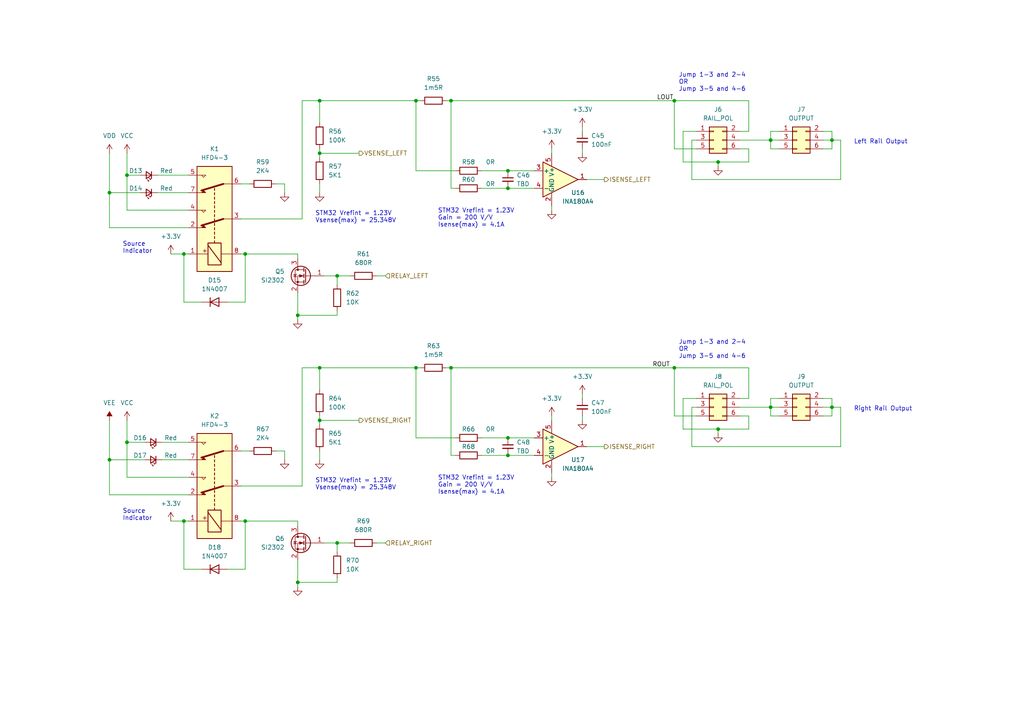
<source format=kicad_sch>
(kicad_sch (version 20211123) (generator eeschema)
  (paper "A4")
  (title_block (title "Dual Rail Breadboard Power Supply") (date "2023-06-11") (rev "1") (company "Sleepy Pony Labs"))
  (lib_symbols
    (symbol "Amplifier_Current:INA180A4" (pin_names (offset 0.127))
      (property "Reference" "U" (at 3.81 3.81 0))
      (property "Value" "INA180A4" (at 3.81 -2.54 0))
      (symbol "INA180A4_0_1"
        (polyline (pts (xy 5.08 0) (xy -5.08 5.08) (xy -5.08 -5.08) (xy 5.08 0)) (stroke (width 0.254)) (fill (type background)))
      )
      (symbol "INA180A4_1_1"
        (pin output line (at 7.62 0 180) (length 2.54) (name "~") (number "1"))
        (pin power_in line (at -2.54 -7.62 90) (length 3.81) (name "GND") (number "2"))
        (pin input line (at -7.62 2.54 0) (length 2.54) (name "+") (number "3"))
        (pin input line (at -7.62 -2.54 0) (length 2.54) (name "-") (number "4"))
        (pin power_in line (at -2.54 7.62 270) (length 3.81) (name "V+") (number "5"))
      )
    )
    (symbol "Connector_Generic:Conn_02x03_Odd_Even" (pin_names (offset 1.016) hide)
      (property "Reference" "J" (at 1.27 5.08 0))
      (property "Value" "Conn_02x03_Odd_Even" (at 1.27 -5.08 0))
      (symbol "Conn_02x03_Odd_Even_1_1"
        (rectangle (start -1.27 -2.413) (end 0 -2.667) (stroke (width 0.1524)))
        (rectangle (start -1.27 0.127) (end 0 -0.127) (stroke (width 0.1524)))
        (rectangle (start -1.27 2.667) (end 0 2.413) (stroke (width 0.1524)))
        (rectangle (start -1.27 3.81) (end 3.81 -3.81) (stroke (width 0.254)) (fill (type background)))
        (rectangle (start 3.81 -2.413) (end 2.54 -2.667) (stroke (width 0.1524)))
        (rectangle (start 3.81 0.127) (end 2.54 -0.127) (stroke (width 0.1524)))
        (rectangle (start 3.81 2.667) (end 2.54 2.413) (stroke (width 0.1524)))
        (pin passive line (at -5.08 2.54 0) (length 3.81) (name "Pin_1") (number "1"))
        (pin passive line (at 7.62 2.54 180) (length 3.81) (name "Pin_2") (number "2"))
        (pin passive line (at -5.08 0 0) (length 3.81) (name "Pin_3") (number "3"))
        (pin passive line (at 7.62 0 180) (length 3.81) (name "Pin_4") (number "4"))
        (pin passive line (at -5.08 -2.54 0) (length 3.81) (name "Pin_5") (number "5"))
        (pin passive line (at 7.62 -2.54 180) (length 3.81) (name "Pin_6") (number "6"))
      )
    )
    (symbol "Device:C_Small" (pin_numbers hide) (pin_names (offset 0.254) hide)
      (property "Reference" "C" (at 0.254 1.778 0))
      (property "Value" "C_Small" (at 0.254 -2.032 0))
      (symbol "C_Small_0_1"
        (polyline (pts (xy -1.524 -0.508) (xy 1.524 -0.508)) (stroke (width 0.3302)))
        (polyline (pts (xy -1.524 0.508) (xy 1.524 0.508)) (stroke (width 0.3048)))
      )
      (symbol "C_Small_1_1"
        (pin passive line (at 0 2.54 270) (length 2.032) (name "~") (number "1"))
        (pin passive line (at 0 -2.54 90) (length 2.032) (name "~") (number "2"))
      )
    )
    (symbol "Device:D" (pin_numbers hide) (pin_names (offset 1.016) hide)
      (property "Reference" "D" (at 0 2.54 0))
      (property "Value" "D" (at 0 -2.54 0))
      (symbol "D_0_1"
        (polyline (pts (xy -1.27 1.27) (xy -1.27 -1.27)) (stroke (width 0.254)))
        (polyline (pts (xy 1.27 0) (xy -1.27 0)))
        (polyline (pts (xy 1.27 1.27) (xy 1.27 -1.27) (xy -1.27 0) (xy 1.27 1.27)) (stroke (width 0.254)))
      )
      (symbol "D_1_1"
        (pin passive line (at -3.81 0 0) (length 2.54) (name "K") (number "1"))
        (pin passive line (at 3.81 0 180) (length 2.54) (name "A") (number "2"))
      )
    )
    (symbol "Device:LED_Small" (pin_numbers hide) (pin_names (offset 0.254) hide)
      (property "Reference" "D" (at -1.27 3.175 0))
      (property "Value" "LED_Small" (at -4.445 -2.54 0))
      (symbol "LED_Small_0_1"
        (polyline (pts (xy -0.762 -1.016) (xy -0.762 1.016)) (stroke (width 0.254)))
        (polyline (pts (xy 1.016 0) (xy -0.762 0)))
        (polyline (pts (xy 0.762 -1.016) (xy -0.762 0) (xy 0.762 1.016) (xy 0.762 -1.016)) (stroke (width 0.254)))
        (polyline (pts (xy 0 0.762) (xy -0.508 1.27) (xy -0.254 1.27) (xy -0.508 1.27) (xy -0.508 1.016)))
        (polyline (pts (xy 0.508 1.27) (xy 0 1.778) (xy 0.254 1.778) (xy 0 1.778) (xy 0 1.524)))
      )
      (symbol "LED_Small_1_1"
        (pin passive line (at -2.54 0 0) (length 1.778) (name "K") (number "1"))
        (pin passive line (at 2.54 0 180) (length 1.778) (name "A") (number "2"))
      )
    )
    (symbol "Device:R" (pin_numbers hide) (pin_names (offset 0))
      (property "Reference" "R" (at 2.032 0 90))
      (property "Value" "R" (at 0 0 90))
      (symbol "R_0_1"
        (rectangle (start -1.016 -2.54) (end 1.016 2.54) (stroke (width 0.254)))
      )
      (symbol "R_1_1"
        (pin passive line (at 0 3.81 270) (length 1.27) (name "~") (number "1"))
        (pin passive line (at 0 -3.81 90) (length 1.27) (name "~") (number "2"))
      )
    )
    (symbol "Transistor_FET:DMG2302U" (pin_names hide)
      (property "Reference" "Q" (at 5.08 1.905 0))
      (property "Value" "DMG2302U" (at 5.08 0 0))
      (symbol "DMG2302U_0_1"
        (polyline (pts (xy 0.254 0) (xy -2.54 0)))
        (polyline (pts (xy 0.254 1.905) (xy 0.254 -1.905)) (stroke (width 0.254)))
        (polyline (pts (xy 0.762 -1.27) (xy 0.762 -2.286)) (stroke (width 0.254)))
        (polyline (pts (xy 0.762 0.508) (xy 0.762 -0.508)) (stroke (width 0.254)))
        (polyline (pts (xy 0.762 2.286) (xy 0.762 1.27)) (stroke (width 0.254)))
        (polyline (pts (xy 2.54 2.54) (xy 2.54 1.778)))
        (polyline (pts (xy 2.54 -2.54) (xy 2.54 0) (xy 0.762 0)))
        (polyline (pts (xy 0.762 -1.778) (xy 3.302 -1.778) (xy 3.302 1.778) (xy 0.762 1.778)))
        (polyline (pts (xy 1.016 0) (xy 2.032 0.381) (xy 2.032 -0.381) (xy 1.016 0)) (fill (type outline)))
        (polyline (pts (xy 2.794 0.508) (xy 2.921 0.381) (xy 3.683 0.381) (xy 3.81 0.254)))
        (polyline (pts (xy 3.302 0.381) (xy 2.921 -0.254) (xy 3.683 -0.254) (xy 3.302 0.381)))
        (circle (center 1.651 0) (radius 2.794) (stroke (width 0.254)))
        (circle (center 2.54 -1.778) (radius 0.254) (fill (type outline)))
        (circle (center 2.54 1.778) (radius 0.254) (fill (type outline)))
      )
      (symbol "DMG2302U_1_1"
        (pin input line (at -5.08 0 0) (length 2.54) (name "G") (number "1"))
        (pin passive line (at 2.54 -5.08 90) (length 2.54) (name "S") (number "2"))
        (pin passive line (at 2.54 5.08 270) (length 2.54) (name "D") (number "3"))
      )
    )
    (symbol "breadboard_supply:HFD4-3"
      (property "Reference" "K" (at 15.24 8.89 0))
      (property "Value" "HFD4-3" (at 19.05 6.35 0))
      (symbol "HFD4-3_1_1"
        (rectangle (start -15.24 5.08) (end 15.24 -5.08) (stroke (width 0.254)) (fill (type background)))
        (rectangle (start -13.335 1.905) (end -6.985 -1.905) (stroke (width 0.254)))
        (polyline (pts (xy -12.7 -1.905) (xy -7.62 1.905)) (stroke (width 0.254)))
        (polyline (pts (xy -10.16 -5.08) (xy -10.16 -1.905)))
        (polyline (pts (xy -10.16 5.08) (xy -10.16 1.905)))
        (polyline (pts (xy -6.985 0) (xy -6.35 0)) (stroke (width 0.254)))
        (polyline (pts (xy -5.715 0) (xy -5.08 0)) (stroke (width 0.254)))
        (polyline (pts (xy -4.445 0) (xy -3.81 0)) (stroke (width 0.254)))
        (polyline (pts (xy -3.175 0) (xy -2.54 0)) (stroke (width 0.254)))
        (polyline (pts (xy -1.905 0) (xy -1.27 0)) (stroke (width 0.254)))
        (polyline (pts (xy -0.635 0) (xy 0 0)) (stroke (width 0.254)))
        (polyline (pts (xy 0 -2.54) (xy -1.905 3.81)) (stroke (width 0.508)))
        (polyline (pts (xy 0 -2.54) (xy 0 -5.08)))
        (polyline (pts (xy 0.635 0) (xy 1.27 0)) (stroke (width 0.254)))
        (polyline (pts (xy 1.905 0) (xy 2.54 0)) (stroke (width 0.254)))
        (polyline (pts (xy 3.175 0) (xy 3.81 0)) (stroke (width 0.254)))
        (polyline (pts (xy 4.445 0) (xy 5.08 0)) (stroke (width 0.254)))
        (polyline (pts (xy 5.715 0) (xy 6.35 0)) (stroke (width 0.254)))
        (polyline (pts (xy 6.985 0) (xy 7.62 0)) (stroke (width 0.254)))
        (polyline (pts (xy 8.255 0) (xy 8.89 0)) (stroke (width 0.254)))
        (polyline (pts (xy 10.16 -2.54) (xy 8.255 3.81)) (stroke (width 0.508)))
        (polyline (pts (xy 10.16 -2.54) (xy 10.16 -5.08)))
        (polyline (pts (xy -2.54 5.08) (xy -2.54 2.54) (xy -1.905 3.175) (xy -2.54 3.81)) (fill (type outline)))
        (polyline (pts (xy 2.54 5.08) (xy 2.54 2.54) (xy 1.905 3.175) (xy 2.54 3.81)))
        (polyline (pts (xy 7.62 5.08) (xy 7.62 2.54) (xy 8.255 3.175) (xy 7.62 3.81)) (fill (type outline)))
        (polyline (pts (xy 12.7 5.08) (xy 12.7 2.54) (xy 12.065 3.175) (xy 12.7 3.81)))
        (text "+" (at -9.271 2.921 0) (effects (font (size 1.27 1.27))))
        (pin passive line (at -10.16 7.62 270) (length 2.54) (name "~") (number "1"))
        (pin passive line (at -2.54 7.62 270) (length 2.54) (name "~") (number "2"))
        (pin passive line (at 0 -7.62 90) (length 2.54) (name "~") (number "3"))
        (pin passive line (at 2.54 7.62 270) (length 2.54) (name "~") (number "4"))
        (pin passive line (at 12.7 7.62 270) (length 2.54) (name "~") (number "5"))
        (pin passive line (at 10.16 -7.62 90) (length 2.54) (name "~") (number "6"))
        (pin passive line (at 7.62 7.62 270) (length 2.54) (name "~") (number "7"))
        (pin passive line (at -10.16 -7.62 90) (length 2.54) (name "~") (number "8"))
      )
    )
    (symbol "power:+3.3V" (power) (pin_names (offset 0))
      (property "Value" "+3.3V" (at 0 3.556 0))
      (symbol "+3.3V_0_1"
        (polyline (pts (xy -0.762 1.27) (xy 0 2.54)))
        (polyline (pts (xy 0 0) (xy 0 2.54)))
        (polyline (pts (xy 0 2.54) (xy 0.762 1.27)))
      )
      (symbol "+3.3V_1_1"
        (pin power_in line (at 0 0 90) (length 0) hide (name "+3.3V") (number "1"))
      )
    )
    (symbol "power:GND" (power) (pin_names (offset 0))
      (property "Value" "GND" (at 0 -3.81 0))
      (symbol "GND_0_1"
        (polyline (pts (xy 0 0) (xy 0 -1.27) (xy 1.27 -1.27) (xy 0 -2.54) (xy -1.27 -1.27) (xy 0 -1.27)))
      )
      (symbol "GND_1_1"
        (pin power_in line (at 0 0 270) (length 0) hide (name "GND") (number "1"))
      )
    )
    (symbol "power:VCC" (power) (pin_names (offset 0))
      (property "Value" "VCC" (at 0 3.81 0))
      (symbol "VCC_0_1"
        (polyline (pts (xy -0.762 1.27) (xy 0 2.54)))
        (polyline (pts (xy 0 0) (xy 0 2.54)))
        (polyline (pts (xy 0 2.54) (xy 0.762 1.27)))
      )
      (symbol "VCC_1_1"
        (pin power_in line (at 0 0 90) (length 0) hide (name "VCC") (number "1"))
      )
    )
    (symbol "power:VDD" (power) (pin_names (offset 0))
      (property "Value" "VDD" (at 0 3.81 0))
      (symbol "VDD_0_1"
        (polyline (pts (xy -0.762 1.27) (xy 0 2.54)))
        (polyline (pts (xy 0 0) (xy 0 2.54)))
        (polyline (pts (xy 0 2.54) (xy 0.762 1.27)))
      )
      (symbol "VDD_1_1"
        (pin power_in line (at 0 0 90) (length 0) hide (name "VDD") (number "1"))
      )
    )
    (symbol "power:VEE" (power) (pin_names (offset 0))
      (property "Value" "VEE" (at 0 3.81 0))
      (symbol "VEE_0_1"
        (polyline (pts (xy 0 0) (xy 0 2.54)))
        (polyline (pts (xy 0.762 1.27) (xy -0.762 1.27) (xy 0 2.54) (xy 0.762 1.27)) (fill (type outline)))
      )
      (symbol "VEE_1_1"
        (pin power_in line (at 0 0 90) (length 0) hide (name "VEE") (number "1"))
      )
    )
  )
  (junction (at 36.83 50.8))
  (junction (at 147.32 132.08))
  (junction (at 147.32 127))
  (junction (at 195.58 106.68))
  (junction (at 71.12 73.66))
  (junction (at 208.28 124.46))
  (junction (at 36.83 128.27))
  (junction (at 92.71 106.68))
  (junction (at 195.58 29.21))
  (junction (at 147.32 49.53))
  (junction (at 130.81 106.68))
  (junction (at 53.34 73.66))
  (junction (at 147.32 54.61))
  (junction (at 53.34 151.13))
  (junction (at 208.28 46.99))
  (junction (at 223.52 40.64))
  (junction (at 71.12 151.13))
  (junction (at 120.65 106.68))
  (junction (at 86.36 168.91))
  (junction (at 223.52 118.11))
  (junction (at 97.79 157.48))
  (junction (at 86.36 91.44))
  (junction (at 241.3 118.11))
  (junction (at 92.71 44.45))
  (junction (at 241.3 40.64))
  (junction (at 130.81 29.21))
  (junction (at 92.71 29.21))
  (junction (at 97.79 80.01))
  (junction (at 31.75 55.88))
  (junction (at 31.75 133.35))
  (junction (at 120.65 29.21))
  (junction (at 92.71 121.92))
  (wire (pts (xy 217.17 115.57) (xy 214.63 115.57)))
  (wire (pts (xy 217.17 124.46) (xy 217.17 120.65)))
  (wire (pts (xy 53.34 73.66) (xy 54.61 73.66)))
  (wire (pts (xy 46.99 128.27) (xy 54.61 128.27)))
  (wire (pts (xy 66.04 87.63) (xy 71.12 87.63)))
  (wire (pts (xy 53.34 151.13) (xy 54.61 151.13)))
  (wire (pts (xy 87.63 106.68) (xy 92.71 106.68)))
  (wire (pts (xy 132.08 49.53) (xy 120.65 49.53)))
  (wire (pts (xy 31.75 121.92) (xy 31.75 133.35)))
  (wire (pts (xy 92.71 121.92) (xy 92.71 123.19)))
  (wire (pts (xy 208.28 124.46) (xy 217.17 124.46)))
  (wire (pts (xy 241.3 115.57) (xy 238.76 115.57)))
  (wire (pts (xy 132.08 127) (xy 120.65 127)))
  (wire (pts (xy 31.75 44.45) (xy 31.75 55.88)))
  (wire (pts (xy 46.99 133.35) (xy 54.61 133.35)))
  (wire (pts (xy 200.66 52.07) (xy 243.84 52.07)))
  (wire (pts (xy 69.85 53.34) (xy 72.39 53.34)))
  (wire (pts (xy 130.81 29.21) (xy 195.58 29.21)))
  (wire (pts (xy 71.12 73.66) (xy 69.85 73.66)))
  (wire (pts (xy 86.36 91.44) (xy 86.36 85.09)))
  (wire (pts (xy 130.81 29.21) (xy 130.81 54.61)))
  (wire (pts (xy 86.36 168.91) (xy 86.36 170.18)))
  (wire (pts (xy 86.36 91.44) (xy 86.36 92.71)))
  (wire (pts (xy 168.91 114.3) (xy 168.91 115.57)))
  (wire (pts (xy 69.85 140.97) (xy 87.63 140.97)))
  (wire (pts (xy 223.52 118.11) (xy 226.06 118.11)))
  (wire (pts (xy 97.79 80.01) (xy 97.79 82.55)))
  (wire (pts (xy 109.22 80.01) (xy 111.76 80.01)))
  (wire (pts (xy 160.02 137.16) (xy 160.02 138.43)))
  (wire (pts (xy 139.7 54.61) (xy 147.32 54.61)))
  (wire (pts (xy 198.12 38.1) (xy 201.93 38.1)))
  (wire (pts (xy 92.71 53.34) (xy 92.71 55.88)))
  (wire (pts (xy 36.83 60.96) (xy 54.61 60.96)))
  (wire (pts (xy 31.75 143.51) (xy 54.61 143.51)))
  (wire (pts (xy 36.83 44.45) (xy 36.83 50.8)))
  (wire (pts (xy 198.12 115.57) (xy 201.93 115.57)))
  (wire (pts (xy 71.12 87.63) (xy 71.12 73.66)))
  (wire (pts (xy 147.32 49.53) (xy 154.94 49.53)))
  (wire (pts (xy 31.75 55.88) (xy 40.64 55.88)))
  (wire (pts (xy 53.34 165.1) (xy 58.42 165.1)))
  (wire (pts (xy 109.22 157.48) (xy 111.76 157.48)))
  (wire (pts (xy 241.3 40.64) (xy 241.3 38.1)))
  (wire (pts (xy 241.3 43.18) (xy 241.3 40.64)))
  (wire (pts (xy 36.83 128.27) (xy 36.83 138.43)))
  (wire (pts (xy 208.28 125.73) (xy 208.28 124.46)))
  (wire (pts (xy 69.85 63.5) (xy 87.63 63.5)))
  (wire (pts (xy 200.66 40.64) (xy 200.66 52.07)))
  (wire (pts (xy 31.75 133.35) (xy 31.75 143.51)))
  (wire (pts (xy 97.79 91.44) (xy 86.36 91.44)))
  (wire (pts (xy 97.79 157.48) (xy 97.79 160.02)))
  (wire (pts (xy 66.04 165.1) (xy 71.12 165.1)))
  (wire (pts (xy 97.79 168.91) (xy 86.36 168.91)))
  (wire (pts (xy 201.93 40.64) (xy 200.66 40.64)))
  (wire (pts (xy 130.81 106.68) (xy 195.58 106.68)))
  (wire (pts (xy 36.83 138.43) (xy 54.61 138.43)))
  (wire (pts (xy 241.3 38.1) (xy 238.76 38.1)))
  (wire (pts (xy 195.58 106.68) (xy 217.17 106.68)))
  (wire (pts (xy 129.54 106.68) (xy 130.81 106.68)))
  (wire (pts (xy 92.71 120.65) (xy 92.71 121.92)))
  (wire (pts (xy 214.63 40.64) (xy 223.52 40.64)))
  (wire (pts (xy 147.32 54.61) (xy 154.94 54.61)))
  (wire (pts (xy 201.93 43.18) (xy 195.58 43.18)))
  (wire (pts (xy 36.83 121.92) (xy 36.83 128.27)))
  (wire (pts (xy 147.32 132.08) (xy 154.94 132.08)))
  (wire (pts (xy 198.12 46.99) (xy 198.12 38.1)))
  (wire (pts (xy 93.98 157.48) (xy 97.79 157.48)))
  (wire (pts (xy 241.3 40.64) (xy 243.84 40.64)))
  (wire (pts (xy 223.52 40.64) (xy 223.52 38.1)))
  (wire (pts (xy 223.52 40.64) (xy 223.52 43.18)))
  (wire (pts (xy 97.79 80.01) (xy 101.6 80.01)))
  (wire (pts (xy 53.34 151.13) (xy 53.34 165.1)))
  (wire (pts (xy 120.65 127) (xy 120.65 106.68)))
  (wire (pts (xy 208.28 46.99) (xy 217.17 46.99)))
  (wire (pts (xy 168.91 44.45) (xy 168.91 43.18)))
  (wire (pts (xy 241.3 40.64) (xy 238.76 40.64)))
  (wire (pts (xy 243.84 40.64) (xy 243.84 52.07)))
  (wire (pts (xy 49.53 151.13) (xy 53.34 151.13)))
  (wire (pts (xy 82.55 53.34) (xy 82.55 55.88)))
  (wire (pts (xy 238.76 43.18) (xy 241.3 43.18)))
  (wire (pts (xy 97.79 157.48) (xy 101.6 157.48)))
  (wire (pts (xy 243.84 118.11) (xy 243.84 129.54)))
  (wire (pts (xy 92.71 121.92) (xy 104.14 121.92)))
  (wire (pts (xy 92.71 44.45) (xy 92.71 45.72)))
  (wire (pts (xy 214.63 118.11) (xy 223.52 118.11)))
  (wire (pts (xy 200.66 118.11) (xy 200.66 129.54)))
  (wire (pts (xy 129.54 29.21) (xy 130.81 29.21)))
  (wire (pts (xy 217.17 106.68) (xy 217.17 115.57)))
  (wire (pts (xy 120.65 106.68) (xy 121.92 106.68)))
  (wire (pts (xy 87.63 29.21) (xy 92.71 29.21)))
  (wire (pts (xy 36.83 50.8) (xy 40.64 50.8)))
  (wire (pts (xy 36.83 50.8) (xy 36.83 60.96)))
  (wire (pts (xy 198.12 124.46) (xy 198.12 115.57)))
  (wire (pts (xy 53.34 73.66) (xy 53.34 87.63)))
  (wire (pts (xy 160.02 59.69) (xy 160.02 60.96)))
  (wire (pts (xy 241.3 120.65) (xy 241.3 118.11)))
  (wire (pts (xy 217.17 43.18) (xy 214.63 43.18)))
  (wire (pts (xy 92.71 130.81) (xy 92.71 133.35)))
  (wire (pts (xy 87.63 63.5) (xy 87.63 29.21)))
  (wire (pts (xy 241.3 118.11) (xy 241.3 115.57)))
  (wire (pts (xy 208.28 46.99) (xy 198.12 46.99)))
  (wire (pts (xy 208.28 124.46) (xy 198.12 124.46)))
  (wire (pts (xy 217.17 29.21) (xy 217.17 38.1)))
  (wire (pts (xy 223.52 40.64) (xy 226.06 40.64)))
  (wire (pts (xy 168.91 121.92) (xy 168.91 120.65)))
  (wire (pts (xy 80.01 130.81) (xy 82.55 130.81)))
  (wire (pts (xy 223.52 118.11) (xy 223.52 120.65)))
  (wire (pts (xy 139.7 49.53) (xy 147.32 49.53)))
  (wire (pts (xy 92.71 29.21) (xy 120.65 29.21)))
  (wire (pts (xy 92.71 44.45) (xy 104.14 44.45)))
  (wire (pts (xy 97.79 168.91) (xy 97.79 167.64)))
  (wire (pts (xy 223.52 115.57) (xy 226.06 115.57)))
  (wire (pts (xy 170.18 52.07) (xy 175.26 52.07)))
  (wire (pts (xy 71.12 165.1) (xy 71.12 151.13)))
  (wire (pts (xy 130.81 132.08) (xy 132.08 132.08)))
  (wire (pts (xy 241.3 118.11) (xy 238.76 118.11)))
  (wire (pts (xy 195.58 29.21) (xy 217.17 29.21)))
  (wire (pts (xy 93.98 80.01) (xy 97.79 80.01)))
  (wire (pts (xy 170.18 129.54) (xy 175.26 129.54)))
  (wire (pts (xy 97.79 91.44) (xy 97.79 90.17)))
  (wire (pts (xy 223.52 118.11) (xy 223.52 115.57)))
  (wire (pts (xy 92.71 43.18) (xy 92.71 44.45)))
  (wire (pts (xy 223.52 120.65) (xy 226.06 120.65)))
  (wire (pts (xy 217.17 38.1) (xy 214.63 38.1)))
  (wire (pts (xy 31.75 133.35) (xy 41.91 133.35)))
  (wire (pts (xy 160.02 120.65) (xy 160.02 121.92)))
  (wire (pts (xy 139.7 132.08) (xy 147.32 132.08)))
  (wire (pts (xy 120.65 49.53) (xy 120.65 29.21)))
  (wire (pts (xy 69.85 130.81) (xy 72.39 130.81)))
  (wire (pts (xy 217.17 120.65) (xy 214.63 120.65)))
  (wire (pts (xy 195.58 29.21) (xy 195.58 43.18)))
  (wire (pts (xy 53.34 87.63) (xy 58.42 87.63)))
  (wire (pts (xy 86.36 151.13) (xy 86.36 152.4)))
  (wire (pts (xy 200.66 129.54) (xy 243.84 129.54)))
  (wire (pts (xy 160.02 43.18) (xy 160.02 44.45)))
  (wire (pts (xy 82.55 130.81) (xy 82.55 133.35)))
  (wire (pts (xy 71.12 151.13) (xy 69.85 151.13)))
  (wire (pts (xy 195.58 106.68) (xy 195.58 120.65)))
  (wire (pts (xy 71.12 73.66) (xy 86.36 73.66)))
  (wire (pts (xy 92.71 106.68) (xy 120.65 106.68)))
  (wire (pts (xy 201.93 118.11) (xy 200.66 118.11)))
  (wire (pts (xy 31.75 66.04) (xy 54.61 66.04)))
  (wire (pts (xy 201.93 120.65) (xy 195.58 120.65)))
  (wire (pts (xy 86.36 168.91) (xy 86.36 162.56)))
  (wire (pts (xy 217.17 46.99) (xy 217.17 43.18)))
  (wire (pts (xy 92.71 29.21) (xy 92.71 35.56)))
  (wire (pts (xy 241.3 118.11) (xy 243.84 118.11)))
  (wire (pts (xy 31.75 55.88) (xy 31.75 66.04)))
  (wire (pts (xy 45.72 50.8) (xy 54.61 50.8)))
  (wire (pts (xy 168.91 36.83) (xy 168.91 38.1)))
  (wire (pts (xy 49.53 73.66) (xy 53.34 73.66)))
  (wire (pts (xy 45.72 55.88) (xy 54.61 55.88)))
  (wire (pts (xy 223.52 43.18) (xy 226.06 43.18)))
  (wire (pts (xy 120.65 29.21) (xy 121.92 29.21)))
  (wire (pts (xy 36.83 128.27) (xy 41.91 128.27)))
  (wire (pts (xy 130.81 54.61) (xy 132.08 54.61)))
  (wire (pts (xy 147.32 127) (xy 154.94 127)))
  (wire (pts (xy 92.71 106.68) (xy 92.71 113.03)))
  (wire (pts (xy 71.12 151.13) (xy 86.36 151.13)))
  (wire (pts (xy 223.52 38.1) (xy 226.06 38.1)))
  (wire (pts (xy 208.28 48.26) (xy 208.28 46.99)))
  (wire (pts (xy 86.36 73.66) (xy 86.36 74.93)))
  (wire (pts (xy 238.76 120.65) (xy 241.3 120.65)))
  (wire (pts (xy 87.63 140.97) (xy 87.63 106.68)))
  (wire (pts (xy 139.7 127) (xy 147.32 127)))
  (wire (pts (xy 130.81 106.68) (xy 130.81 132.08)))
  (wire (pts (xy 80.01 53.34) (xy 82.55 53.34)))
  (text "STM32 Vrefint = 1.23V\nVsense(max) = 25.348V" (at 91.44 142.24 0) (effects (font (size 1.27 1.27)) (justify left bottom)))
  (text "Left Rail Output" (at 247.65 41.91 0) (effects (font (size 1.27 1.27)) (justify left bottom)))
  (text "Source\nIndicator" (at 35.56 73.66 0) (effects (font (size 1.27 1.27)) (justify left bottom)))
  (text "Right Rail Output" (at 247.65 119.38 0) (effects (font (size 1.27 1.27)) (justify left bottom)))
  (text "STM32 Vrefint = 1.23V\nVsense(max) = 25.348V" (at 91.44 64.77 0) (effects (font (size 1.27 1.27)) (justify left bottom)))
  (text "Source\nIndicator" (at 35.56 151.13 0) (effects (font (size 1.27 1.27)) (justify left bottom)))
  (text "Jump 1-3 and 2-4\nOR\nJump 3-5 and 4-6" (at 196.85 26.67 0) (effects (font (size 1.27 1.27)) (justify left bottom)))
  (text "STM32 Vrefint = 1.23V\nGain = 200 V/V\nIsense(max) = 4.1A" (at 127 143.51 0) (effects (font (size 1.27 1.27)) (justify left bottom)))
  (text "STM32 Vrefint = 1.23V\nGain = 200 V/V\nIsense(max) = 4.1A" (at 127 66.04 0) (effects (font (size 1.27 1.27)) (justify left bottom)))
  (text "Jump 1-3 and 2-4\nOR\nJump 3-5 and 4-6" (at 196.85 104.14 0) (effects (font (size 1.27 1.27)) (justify left bottom)))
  (label "LOUT" (at 190.5 29.21 0))
  (label "ROUT" (at 189.23 106.68 0))
  (hierarchical_label "ISENSE_RIGHT" (shape output) (at 175.26 129.54 0))
  (hierarchical_label "VSENSE_LEFT" (shape output) (at 104.14 44.45 0))
  (hierarchical_label "ISENSE_LEFT" (shape output) (at 175.26 52.07 0))
  (hierarchical_label "VSENSE_RIGHT" (shape output) (at 104.14 121.92 0))
  (hierarchical_label "RELAY_LEFT" (shape input) (at 111.76 80.01 0))
  (hierarchical_label "RELAY_RIGHT" (shape input) (at 111.76 157.48 0))
  (symbol (lib_id "power:GND") (at 160.02 138.43 0) (unit 1)
    (property "Reference" "#PWR0120" (effects hide))
    (property "Value" "GND" (effects hide))
  )
  (symbol (lib_id "power:GND") (at 168.91 121.92 0) (unit 1)
    (property "Reference" "#PWR0116" (effects hide))
    (property "Value" "GND" (effects hide))
  )
  (symbol (lib_id "power:GND") (at 168.91 44.45 0) (unit 1)
    (property "Reference" "#PWR0105" (effects hide))
    (property "Value" "GND" (effects hide))
  )
  (symbol (lib_id "Device:R") (at 105.41 80.01 90) (unit 1)
    (property "Reference" "R61" (at 105.41 73.66 90))
    (property "Value" "680R" (at 105.41 76.2 90))
    (property "Footprint" "Resistor_SMD:R_0603_1608Metric" (effects hide))
    (property "MPN" "680R 1%" (effects hide))
  )
  (symbol (lib_id "Connector_Generic:Conn_02x03_Odd_Even") (at 231.14 40.64 0) (unit 1)
    (property "Reference" "J7" (at 232.41 31.75 0))
    (property "Value" "OUTPUT" (at 232.41 34.29 0))
    (property "Footprint" "Connector_PinHeader_2.54mm:PinHeader_2x03_P2.54mm_Vertical" (effects hide))
  )
  (symbol (lib_id "power:+3.3V") (at 49.53 73.66 0) (unit 1)
    (property "Reference" "#PWR0110" (effects hide))
    (property "Value" "+3.3V" (at 49.53 68.58 0))
  )
  (symbol (lib_id "Device:R") (at 125.73 29.21 90) (unit 1)
    (property "Reference" "R55" (at 125.73 22.86 90))
    (property "Value" "1m5R" (at 125.73 25.4 90))
    (property "Footprint" "Resistor_SMD:R_2512_6332Metric" (effects hide))
    (property "MPN" "1m5R 1%" (effects hide))
  )
  (symbol (lib_id "breadboard_supply:HFD4-3") (at 62.23 63.5 90) (unit 1)
    (property "Reference" "K1" (at 62.23 43.18 90))
    (property "Value" "HFD4-3" (at 62.23 45.72 90))
    (property "Footprint" "breadboard_supply:HFD4" (effects hide))
    (property "Datasheet" "https://datasheet.lcsc.com/lcsc/1809291515_HF-Xiamen-Hongfa-Electroacoustic-HFD4-3_C119084.pdf" (effects hide))
    (property "MPN" "HFD4/3-SR" (effects hide))
  )
  (symbol (lib_id "Device:C_Small") (at 147.32 129.54 0) (unit 1)
    (property "Reference" "C48" (at 149.86 128.2762 0) (effects (justify left)))
    (property "Value" "TBD" (at 149.86 130.8162 0) (effects (justify left)))
    (property "Footprint" "Capacitor_SMD:C_0603_1608Metric" (effects hide))
  )
  (symbol (lib_id "power:GND") (at 86.36 170.18 0) (unit 1)
    (property "Reference" "#PWR0122" (effects hide))
    (property "Value" "GND" (effects hide))
  )
  (symbol (lib_id "power:VEE") (at 31.75 121.92 0) (unit 1)
    (property "Reference" "#PWR0112" (effects hide))
    (property "Value" "VEE" (at 31.75 116.84 0))
  )
  (symbol (lib_id "Connector_Generic:Conn_02x03_Odd_Even") (at 231.14 118.11 0) (unit 1)
    (property "Reference" "J9" (at 232.41 109.22 0))
    (property "Value" "OUTPUT" (at 232.41 111.76 0))
    (property "Footprint" "Connector_PinHeader_2.54mm:PinHeader_2x03_P2.54mm_Vertical" (effects hide))
  )
  (symbol (lib_id "power:GND") (at 92.71 55.88 0) (unit 1)
    (property "Reference" "#PWR0108" (effects hide))
    (property "Value" "GND" (effects hide))
  )
  (symbol (lib_id "Device:R") (at 135.89 54.61 90) (unit 1)
    (property "Reference" "R60" (at 135.89 52.07 90))
    (property "Value" "0R" (at 142.24 53.34 90))
    (property "Footprint" "Resistor_SMD:R_0603_1608Metric" (effects hide))
    (property "MPN" "0R 1%" (effects hide))
  )
  (symbol (lib_id "Device:LED_Small") (at 43.18 50.8 180) (unit 1)
    (property "Reference" "D13" (at 39.37 49.53 0))
    (property "Value" "Red" (at 48.26 49.53 0))
    (property "Footprint" "LED_SMD:LED_0603_1608Metric" (effects hide))
    (property "MPN" "KT-0603R" (effects hide))
  )
  (symbol (lib_id "power:GND") (at 86.36 92.71 0) (unit 1)
    (property "Reference" "#PWR0111" (effects hide))
    (property "Value" "GND" (effects hide))
  )
  (symbol (lib_id "power:GND") (at 92.71 133.35 0) (unit 1)
    (property "Reference" "#PWR0119" (effects hide))
    (property "Value" "GND" (effects hide))
  )
  (symbol (lib_id "Device:D") (at 62.23 165.1 0) (unit 1)
    (property "Reference" "D18" (at 62.23 158.75 0))
    (property "Value" "1N4007" (at 62.23 161.29 0))
    (property "Footprint" "Diode_SMD:D_SOD-123" (effects hide))
    (property "MPN" "A7" (effects hide))
  )
  (symbol (lib_id "Device:R") (at 97.79 163.83 180) (unit 1)
    (property "Reference" "R70" (at 100.33 162.5599 0) (effects (justify right)))
    (property "Value" "10K" (at 100.33 165.0999 0) (effects (justify right)))
    (property "Footprint" "Resistor_SMD:R_0603_1608Metric" (effects hide))
    (property "MPN" "10K 1%" (effects hide))
  )
  (symbol (lib_id "power:GND") (at 208.28 125.73 0) (unit 1)
    (property "Reference" "#PWR0117" (effects hide))
    (property "Value" "GND" (effects hide))
  )
  (symbol (lib_id "Device:R") (at 92.71 49.53 0) (unit 1)
    (property "Reference" "R57" (at 95.25 48.2599 0) (effects (justify left)))
    (property "Value" "5K1" (at 95.25 50.7999 0) (effects (justify left)))
    (property "Footprint" "Resistor_SMD:R_0603_1608Metric" (effects hide))
    (property "MPN" "5K1 1%" (effects hide))
  )
  (symbol (lib_id "power:+3.3V") (at 49.53 151.13 0) (unit 1)
    (property "Reference" "#PWR0121" (effects hide))
    (property "Value" "+3.3V" (at 49.53 146.05 0))
  )
  (symbol (lib_id "Amplifier_Current:INA180A4") (at 162.56 129.54 0) (unit 1)
    (property "Reference" "U17" (at 167.64 133.35 0))
    (property "Value" "INA180A4" (at 167.64 135.89 0))
    (property "Footprint" "Package_TO_SOT_SMD:SOT-23-5" (effects hide))
    (property "Datasheet" "http://www.ti.com/lit/ds/symlink/ina180.pdf" (effects hide))
    (property "MPN" "INA180A4IDBVR" (effects hide))
  )
  (symbol (lib_id "Device:C_Small") (at 147.32 52.07 0) (unit 1)
    (property "Reference" "C46" (at 149.86 50.8062 0) (effects (justify left)))
    (property "Value" "TBD" (at 149.86 53.3462 0) (effects (justify left)))
    (property "Footprint" "Capacitor_SMD:C_0603_1608Metric" (effects hide))
  )
  (symbol (lib_id "power:VDD") (at 31.75 44.45 0) (unit 1)
    (property "Reference" "#PWR0101" (effects hide))
    (property "Value" "VDD" (at 31.75 39.37 0))
  )
  (symbol (lib_id "Device:LED_Small") (at 43.18 55.88 180) (unit 1)
    (property "Reference" "D14" (at 39.37 54.61 0))
    (property "Value" "Red" (at 48.26 54.61 0))
    (property "Footprint" "LED_SMD:LED_0603_1608Metric" (effects hide))
    (property "MPN" "KT-0603R" (effects hide))
  )
  (symbol (lib_id "Device:R") (at 105.41 157.48 90) (unit 1)
    (property "Reference" "R69" (at 105.41 151.13 90))
    (property "Value" "680R" (at 105.41 153.67 90))
    (property "Footprint" "Resistor_SMD:R_0603_1608Metric" (effects hide))
    (property "MPN" "680R 1%" (effects hide))
  )
  (symbol (lib_id "power:VCC") (at 36.83 44.45 0) (unit 1)
    (property "Reference" "#PWR0103" (effects hide))
    (property "Value" "VCC" (at 36.83 39.37 0))
  )
  (symbol (lib_id "Device:R") (at 135.89 127 90) (unit 1)
    (property "Reference" "R66" (at 135.89 124.46 90))
    (property "Value" "0R" (at 142.24 124.46 90))
    (property "Footprint" "Resistor_SMD:R_0603_1608Metric" (effects hide))
    (property "MPN" "0R 1%" (effects hide))
  )
  (symbol (lib_id "power:+3.3V") (at 168.91 36.83 0) (unit 1)
    (property "Reference" "#PWR0102" (effects hide))
    (property "Value" "+3.3V" (at 168.91 31.75 0))
  )
  (symbol (lib_id "Transistor_FET:DMG2302U") (at 88.9 157.48 0) (mirror y) (unit 1)
    (property "Reference" "Q6" (at 82.55 156.2099 0) (effects (justify left)))
    (property "Value" "SI2302" (at 82.55 158.7499 0) (effects (justify left)))
    (property "Footprint" "Package_TO_SOT_SMD:SOT-23" (effects hide))
    (property "Datasheet" "http://www.diodes.com/assets/Datasheets/DMG2302U.pdf" (effects hide))
    (property "MPN" "SI2302" (effects hide))
  )
  (symbol (lib_id "Device:LED_Small") (at 44.45 128.27 180) (unit 1)
    (property "Reference" "D16" (at 40.64 127 0))
    (property "Value" "Red" (at 49.53 127 0))
    (property "Footprint" "LED_SMD:LED_0603_1608Metric" (effects hide))
    (property "MPN" "KT-0603R" (effects hide))
  )
  (symbol (lib_id "Device:R") (at 76.2 130.81 90) (unit 1)
    (property "Reference" "R67" (at 76.2 124.46 90))
    (property "Value" "2K4" (at 76.2 127 90))
    (property "Footprint" "Resistor_SMD:R_0603_1608Metric" (effects hide))
    (property "MPN" "2K4 1%" (effects hide))
  )
  (symbol (lib_id "power:GND") (at 208.28 48.26 0) (unit 1)
    (property "Reference" "#PWR0106" (effects hide))
    (property "Value" "GND" (effects hide))
  )
  (symbol (lib_id "Device:R") (at 125.73 106.68 90) (unit 1)
    (property "Reference" "R63" (at 125.73 100.33 90))
    (property "Value" "1m5R" (at 125.73 102.87 90))
    (property "Footprint" "Resistor_SMD:R_2512_6332Metric" (effects hide))
    (property "MPN" "1m5R 1%" (effects hide))
  )
  (symbol (lib_id "power:GND") (at 82.55 55.88 0) (unit 1)
    (property "Reference" "#PWR0107" (effects hide))
    (property "Value" "GND" (effects hide))
  )
  (symbol (lib_id "power:GND") (at 160.02 60.96 0) (unit 1)
    (property "Reference" "#PWR0109" (effects hide))
    (property "Value" "GND" (effects hide))
  )
  (symbol (lib_id "Device:R") (at 92.71 127 0) (unit 1)
    (property "Reference" "R65" (at 95.25 125.7299 0) (effects (justify left)))
    (property "Value" "5K1" (at 95.25 128.2699 0) (effects (justify left)))
    (property "Footprint" "Resistor_SMD:R_0603_1608Metric" (effects hide))
    (property "MPN" "5K1 1%" (effects hide))
  )
  (symbol (lib_id "Device:D") (at 62.23 87.63 0) (unit 1)
    (property "Reference" "D15" (at 62.23 81.28 0))
    (property "Value" "1N4007" (at 62.23 83.82 0))
    (property "Footprint" "Diode_SMD:D_SOD-123" (effects hide))
    (property "MPN" "A7" (effects hide))
  )
  (symbol (lib_id "Device:R") (at 92.71 39.37 0) (unit 1)
    (property "Reference" "R56" (at 95.25 38.0999 0) (effects (justify left)))
    (property "Value" "100K" (at 95.25 40.6399 0) (effects (justify left)))
    (property "Footprint" "Resistor_SMD:R_0603_1608Metric" (effects hide))
    (property "MPN" "100K 1%" (effects hide))
  )
  (symbol (lib_id "Device:R") (at 92.71 116.84 0) (unit 1)
    (property "Reference" "R64" (at 95.25 115.5699 0) (effects (justify left)))
    (property "Value" "100K" (at 95.25 118.1099 0) (effects (justify left)))
    (property "Footprint" "Resistor_SMD:R_0603_1608Metric" (effects hide))
    (property "MPN" "100K 1%" (effects hide))
  )
  (symbol (lib_id "Amplifier_Current:INA180A4") (at 162.56 52.07 0) (unit 1)
    (property "Reference" "U16" (at 167.64 55.88 0))
    (property "Value" "INA180A4" (at 167.64 58.42 0))
    (property "Footprint" "Package_TO_SOT_SMD:SOT-23-5" (effects hide))
    (property "Datasheet" "http://www.ti.com/lit/ds/symlink/ina180.pdf" (effects hide))
    (property "MPN" "INA180A4IDBVR" (effects hide))
  )
  (symbol (lib_id "Connector_Generic:Conn_02x03_Odd_Even") (at 207.01 40.64 0) (unit 1)
    (property "Reference" "J6" (at 208.28 31.75 0))
    (property "Value" "RAIL_POL" (at 208.28 34.29 0))
    (property "Footprint" "Connector_PinHeader_2.54mm:PinHeader_2x03_P2.54mm_Vertical" (effects hide))
  )
  (symbol (lib_id "Device:R") (at 97.79 86.36 180) (unit 1)
    (property "Reference" "R62" (at 100.33 85.0899 0) (effects (justify right)))
    (property "Value" "10K" (at 100.33 87.6299 0) (effects (justify right)))
    (property "Footprint" "Resistor_SMD:R_0603_1608Metric" (effects hide))
    (property "MPN" "10K 1%" (effects hide))
  )
  (symbol (lib_id "breadboard_supply:HFD4-3") (at 62.23 140.97 90) (unit 1)
    (property "Reference" "K2" (at 62.23 120.65 90))
    (property "Value" "HFD4-3" (at 62.23 123.19 90))
    (property "Footprint" "breadboard_supply:HFD4" (effects hide))
    (property "Datasheet" "https://datasheet.lcsc.com/lcsc/1809291515_HF-Xiamen-Hongfa-Electroacoustic-HFD4-3_C119084.pdf" (effects hide))
    (property "MPN" "HFD4/3-SR" (effects hide))
  )
  (symbol (lib_id "power:GND") (at 82.55 133.35 0) (unit 1)
    (property "Reference" "#PWR0118" (effects hide))
    (property "Value" "GND" (effects hide))
  )
  (symbol (lib_id "Transistor_FET:DMG2302U") (at 88.9 80.01 0) (mirror y) (unit 1)
    (property "Reference" "Q5" (at 82.55 78.7399 0) (effects (justify left)))
    (property "Value" "SI2302" (at 82.55 81.2799 0) (effects (justify left)))
    (property "Footprint" "Package_TO_SOT_SMD:SOT-23" (effects hide))
    (property "Datasheet" "http://www.diodes.com/assets/Datasheets/DMG2302U.pdf" (effects hide))
    (property "MPN" "SI2302" (effects hide))
  )
  (symbol (lib_id "Device:R") (at 135.89 49.53 90) (unit 1)
    (property "Reference" "R58" (at 135.89 46.99 90))
    (property "Value" "0R" (at 142.24 46.99 90))
    (property "Footprint" "Resistor_SMD:R_0603_1608Metric" (effects hide))
    (property "MPN" "0R 1%" (effects hide))
  )
  (symbol (lib_id "power:VCC") (at 36.83 121.92 0) (unit 1)
    (property "Reference" "#PWR0114" (effects hide))
    (property "Value" "VCC" (at 36.83 116.84 0))
  )
  (symbol (lib_id "Device:C_Small") (at 168.91 40.64 0) (unit 1)
    (property "Reference" "C45" (at 171.45 39.3762 0) (effects (justify left)))
    (property "Value" "100nF" (at 171.45 41.9162 0) (effects (justify left)))
    (property "Footprint" "Capacitor_SMD:C_0603_1608Metric" (effects hide))
    (property "MPN" "100nF 50V X7R" (effects hide))
  )
  (symbol (lib_id "power:+3.3V") (at 168.91 114.3 0) (unit 1)
    (property "Reference" "#PWR0113" (effects hide))
    (property "Value" "+3.3V" (at 168.91 109.22 0))
  )
  (symbol (lib_id "Device:R") (at 135.89 132.08 90) (unit 1)
    (property "Reference" "R68" (at 135.89 129.54 90))
    (property "Value" "0R" (at 142.24 130.81 90))
    (property "Footprint" "Resistor_SMD:R_0603_1608Metric" (effects hide))
    (property "MPN" "0R 1%" (effects hide))
  )
  (symbol (lib_id "Device:LED_Small") (at 44.45 133.35 180) (unit 1)
    (property "Reference" "D17" (at 40.64 132.08 0))
    (property "Value" "Red" (at 49.53 132.08 0))
    (property "Footprint" "LED_SMD:LED_0603_1608Metric" (effects hide))
    (property "MPN" "KT-0603R" (effects hide))
  )
  (symbol (lib_id "power:+3.3V") (at 160.02 120.65 0) (unit 1)
    (property "Reference" "#PWR0115" (effects hide))
    (property "Value" "+3.3V" (at 160.02 115.57 0))
  )
  (symbol (lib_id "power:+3.3V") (at 160.02 43.18 0) (unit 1)
    (property "Reference" "#PWR0104" (effects hide))
    (property "Value" "+3.3V" (at 160.02 38.1 0))
  )
  (symbol (lib_id "Device:C_Small") (at 168.91 118.11 0) (unit 1)
    (property "Reference" "C47" (at 171.45 116.8462 0) (effects (justify left)))
    (property "Value" "100nF" (at 171.45 119.3862 0) (effects (justify left)))
    (property "Footprint" "Capacitor_SMD:C_0603_1608Metric" (effects hide))
    (property "MPN" "100nF 50V X7R" (effects hide))
  )
  (symbol (lib_id "Device:R") (at 76.2 53.34 90) (unit 1)
    (property "Reference" "R59" (at 76.2 46.99 90))
    (property "Value" "2K4" (at 76.2 49.53 90))
    (property "Footprint" "Resistor_SMD:R_0603_1608Metric" (effects hide))
    (property "MPN" "2K4 1%" (effects hide))
  )
  (symbol (lib_id "Connector_Generic:Conn_02x03_Odd_Even") (at 207.01 118.11 0) (unit 1)
    (property "Reference" "J8" (at 208.28 109.22 0))
    (property "Value" "RAIL_POL" (at 208.28 111.76 0))
    (property "Footprint" "Connector_PinHeader_2.54mm:PinHeader_2x03_P2.54mm_Vertical" (effects hide))
  )
)
</source>
